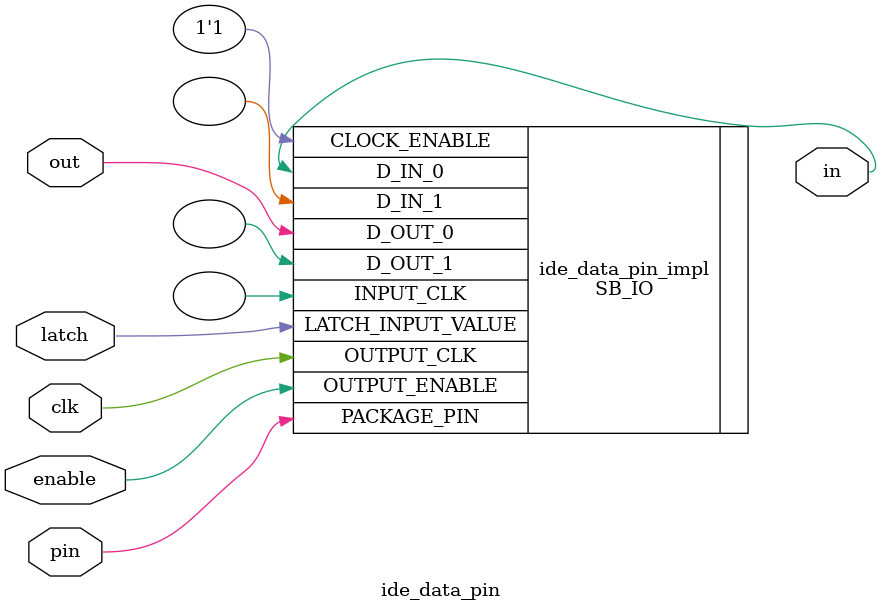
<source format=v>
module ide_data_pin (
		     inout pin,
		     output in,
		     input out,
		     input latch,
		     input enable,
		     input clk
		     );

   SB_IO #(.PIN_TYPE(6'b111011), .PULLUP(1'b0), .NEG_TRIGGER(1'b1))
     ide_data_pin_impl(.PACKAGE_PIN(pin),
		       .LATCH_INPUT_VALUE(latch),
		       .CLOCK_ENABLE(1'b1),
		       .INPUT_CLK(),
		       .OUTPUT_CLK(clk),
		       .OUTPUT_ENABLE(enable),
		       .D_OUT_0(out),
		       .D_OUT_1(),
		       .D_IN_0(in),
		       .D_IN_1()
		       );

endmodule // ide_data_pin

</source>
